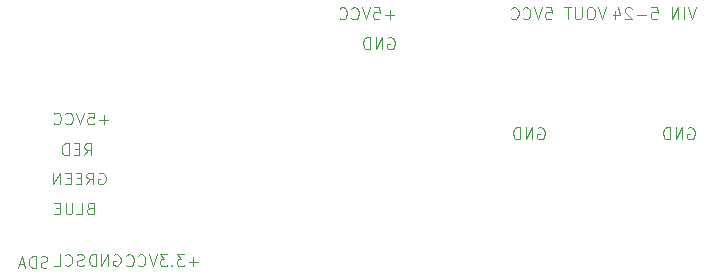
<source format=gbr>
%TF.GenerationSoftware,KiCad,Pcbnew,9.0.6*%
%TF.CreationDate,2025-12-05T15:02:41+01:00*%
%TF.ProjectId,KinderLight,4b696e64-6572-44c6-9967-68742e6b6963,rev?*%
%TF.SameCoordinates,Original*%
%TF.FileFunction,Legend,Bot*%
%TF.FilePolarity,Positive*%
%FSLAX46Y46*%
G04 Gerber Fmt 4.6, Leading zero omitted, Abs format (unit mm)*
G04 Created by KiCad (PCBNEW 9.0.6) date 2025-12-05 15:02:41*
%MOMM*%
%LPD*%
G01*
G04 APERTURE LIST*
%ADD10C,0.100000*%
G04 APERTURE END LIST*
D10*
X133792306Y-82740038D02*
X133887544Y-82692419D01*
X133887544Y-82692419D02*
X134030401Y-82692419D01*
X134030401Y-82692419D02*
X134173258Y-82740038D01*
X134173258Y-82740038D02*
X134268496Y-82835276D01*
X134268496Y-82835276D02*
X134316115Y-82930514D01*
X134316115Y-82930514D02*
X134363734Y-83120990D01*
X134363734Y-83120990D02*
X134363734Y-83263847D01*
X134363734Y-83263847D02*
X134316115Y-83454323D01*
X134316115Y-83454323D02*
X134268496Y-83549561D01*
X134268496Y-83549561D02*
X134173258Y-83644800D01*
X134173258Y-83644800D02*
X134030401Y-83692419D01*
X134030401Y-83692419D02*
X133935163Y-83692419D01*
X133935163Y-83692419D02*
X133792306Y-83644800D01*
X133792306Y-83644800D02*
X133744687Y-83597180D01*
X133744687Y-83597180D02*
X133744687Y-83263847D01*
X133744687Y-83263847D02*
X133935163Y-83263847D01*
X133316115Y-83692419D02*
X133316115Y-82692419D01*
X133316115Y-82692419D02*
X132744687Y-83692419D01*
X132744687Y-83692419D02*
X132744687Y-82692419D01*
X132268496Y-83692419D02*
X132268496Y-82692419D01*
X132268496Y-82692419D02*
X132030401Y-82692419D01*
X132030401Y-82692419D02*
X131887544Y-82740038D01*
X131887544Y-82740038D02*
X131792306Y-82835276D01*
X131792306Y-82835276D02*
X131744687Y-82930514D01*
X131744687Y-82930514D02*
X131697068Y-83120990D01*
X131697068Y-83120990D02*
X131697068Y-83263847D01*
X131697068Y-83263847D02*
X131744687Y-83454323D01*
X131744687Y-83454323D02*
X131792306Y-83549561D01*
X131792306Y-83549561D02*
X131887544Y-83644800D01*
X131887544Y-83644800D02*
X132030401Y-83692419D01*
X132030401Y-83692419D02*
X132268496Y-83692419D01*
X121092306Y-82740038D02*
X121187544Y-82692419D01*
X121187544Y-82692419D02*
X121330401Y-82692419D01*
X121330401Y-82692419D02*
X121473258Y-82740038D01*
X121473258Y-82740038D02*
X121568496Y-82835276D01*
X121568496Y-82835276D02*
X121616115Y-82930514D01*
X121616115Y-82930514D02*
X121663734Y-83120990D01*
X121663734Y-83120990D02*
X121663734Y-83263847D01*
X121663734Y-83263847D02*
X121616115Y-83454323D01*
X121616115Y-83454323D02*
X121568496Y-83549561D01*
X121568496Y-83549561D02*
X121473258Y-83644800D01*
X121473258Y-83644800D02*
X121330401Y-83692419D01*
X121330401Y-83692419D02*
X121235163Y-83692419D01*
X121235163Y-83692419D02*
X121092306Y-83644800D01*
X121092306Y-83644800D02*
X121044687Y-83597180D01*
X121044687Y-83597180D02*
X121044687Y-83263847D01*
X121044687Y-83263847D02*
X121235163Y-83263847D01*
X120616115Y-83692419D02*
X120616115Y-82692419D01*
X120616115Y-82692419D02*
X120044687Y-83692419D01*
X120044687Y-83692419D02*
X120044687Y-82692419D01*
X119568496Y-83692419D02*
X119568496Y-82692419D01*
X119568496Y-82692419D02*
X119330401Y-82692419D01*
X119330401Y-82692419D02*
X119187544Y-82740038D01*
X119187544Y-82740038D02*
X119092306Y-82835276D01*
X119092306Y-82835276D02*
X119044687Y-82930514D01*
X119044687Y-82930514D02*
X118997068Y-83120990D01*
X118997068Y-83120990D02*
X118997068Y-83263847D01*
X118997068Y-83263847D02*
X119044687Y-83454323D01*
X119044687Y-83454323D02*
X119092306Y-83549561D01*
X119092306Y-83549561D02*
X119187544Y-83644800D01*
X119187544Y-83644800D02*
X119330401Y-83692419D01*
X119330401Y-83692419D02*
X119568496Y-83692419D01*
X126838972Y-72532419D02*
X126505639Y-73532419D01*
X126505639Y-73532419D02*
X126172306Y-72532419D01*
X125648496Y-72532419D02*
X125458020Y-72532419D01*
X125458020Y-72532419D02*
X125362782Y-72580038D01*
X125362782Y-72580038D02*
X125267544Y-72675276D01*
X125267544Y-72675276D02*
X125219925Y-72865752D01*
X125219925Y-72865752D02*
X125219925Y-73199085D01*
X125219925Y-73199085D02*
X125267544Y-73389561D01*
X125267544Y-73389561D02*
X125362782Y-73484800D01*
X125362782Y-73484800D02*
X125458020Y-73532419D01*
X125458020Y-73532419D02*
X125648496Y-73532419D01*
X125648496Y-73532419D02*
X125743734Y-73484800D01*
X125743734Y-73484800D02*
X125838972Y-73389561D01*
X125838972Y-73389561D02*
X125886591Y-73199085D01*
X125886591Y-73199085D02*
X125886591Y-72865752D01*
X125886591Y-72865752D02*
X125838972Y-72675276D01*
X125838972Y-72675276D02*
X125743734Y-72580038D01*
X125743734Y-72580038D02*
X125648496Y-72532419D01*
X124791353Y-72532419D02*
X124791353Y-73341942D01*
X124791353Y-73341942D02*
X124743734Y-73437180D01*
X124743734Y-73437180D02*
X124696115Y-73484800D01*
X124696115Y-73484800D02*
X124600877Y-73532419D01*
X124600877Y-73532419D02*
X124410401Y-73532419D01*
X124410401Y-73532419D02*
X124315163Y-73484800D01*
X124315163Y-73484800D02*
X124267544Y-73437180D01*
X124267544Y-73437180D02*
X124219925Y-73341942D01*
X124219925Y-73341942D02*
X124219925Y-72532419D01*
X123886591Y-72532419D02*
X123315163Y-72532419D01*
X123600877Y-73532419D02*
X123600877Y-72532419D01*
X121743734Y-72532419D02*
X122219924Y-72532419D01*
X122219924Y-72532419D02*
X122267543Y-73008609D01*
X122267543Y-73008609D02*
X122219924Y-72960990D01*
X122219924Y-72960990D02*
X122124686Y-72913371D01*
X122124686Y-72913371D02*
X121886591Y-72913371D01*
X121886591Y-72913371D02*
X121791353Y-72960990D01*
X121791353Y-72960990D02*
X121743734Y-73008609D01*
X121743734Y-73008609D02*
X121696115Y-73103847D01*
X121696115Y-73103847D02*
X121696115Y-73341942D01*
X121696115Y-73341942D02*
X121743734Y-73437180D01*
X121743734Y-73437180D02*
X121791353Y-73484800D01*
X121791353Y-73484800D02*
X121886591Y-73532419D01*
X121886591Y-73532419D02*
X122124686Y-73532419D01*
X122124686Y-73532419D02*
X122219924Y-73484800D01*
X122219924Y-73484800D02*
X122267543Y-73437180D01*
X121410400Y-72532419D02*
X121077067Y-73532419D01*
X121077067Y-73532419D02*
X120743734Y-72532419D01*
X119838972Y-73437180D02*
X119886591Y-73484800D01*
X119886591Y-73484800D02*
X120029448Y-73532419D01*
X120029448Y-73532419D02*
X120124686Y-73532419D01*
X120124686Y-73532419D02*
X120267543Y-73484800D01*
X120267543Y-73484800D02*
X120362781Y-73389561D01*
X120362781Y-73389561D02*
X120410400Y-73294323D01*
X120410400Y-73294323D02*
X120458019Y-73103847D01*
X120458019Y-73103847D02*
X120458019Y-72960990D01*
X120458019Y-72960990D02*
X120410400Y-72770514D01*
X120410400Y-72770514D02*
X120362781Y-72675276D01*
X120362781Y-72675276D02*
X120267543Y-72580038D01*
X120267543Y-72580038D02*
X120124686Y-72532419D01*
X120124686Y-72532419D02*
X120029448Y-72532419D01*
X120029448Y-72532419D02*
X119886591Y-72580038D01*
X119886591Y-72580038D02*
X119838972Y-72627657D01*
X118838972Y-73437180D02*
X118886591Y-73484800D01*
X118886591Y-73484800D02*
X119029448Y-73532419D01*
X119029448Y-73532419D02*
X119124686Y-73532419D01*
X119124686Y-73532419D02*
X119267543Y-73484800D01*
X119267543Y-73484800D02*
X119362781Y-73389561D01*
X119362781Y-73389561D02*
X119410400Y-73294323D01*
X119410400Y-73294323D02*
X119458019Y-73103847D01*
X119458019Y-73103847D02*
X119458019Y-72960990D01*
X119458019Y-72960990D02*
X119410400Y-72770514D01*
X119410400Y-72770514D02*
X119362781Y-72675276D01*
X119362781Y-72675276D02*
X119267543Y-72580038D01*
X119267543Y-72580038D02*
X119124686Y-72532419D01*
X119124686Y-72532419D02*
X119029448Y-72532419D01*
X119029448Y-72532419D02*
X118886591Y-72580038D01*
X118886591Y-72580038D02*
X118838972Y-72627657D01*
X134458972Y-72532419D02*
X134125639Y-73532419D01*
X134125639Y-73532419D02*
X133792306Y-72532419D01*
X133458972Y-73532419D02*
X133458972Y-72532419D01*
X132982782Y-73532419D02*
X132982782Y-72532419D01*
X132982782Y-72532419D02*
X132411354Y-73532419D01*
X132411354Y-73532419D02*
X132411354Y-72532419D01*
X130697068Y-72532419D02*
X131173258Y-72532419D01*
X131173258Y-72532419D02*
X131220877Y-73008609D01*
X131220877Y-73008609D02*
X131173258Y-72960990D01*
X131173258Y-72960990D02*
X131078020Y-72913371D01*
X131078020Y-72913371D02*
X130839925Y-72913371D01*
X130839925Y-72913371D02*
X130744687Y-72960990D01*
X130744687Y-72960990D02*
X130697068Y-73008609D01*
X130697068Y-73008609D02*
X130649449Y-73103847D01*
X130649449Y-73103847D02*
X130649449Y-73341942D01*
X130649449Y-73341942D02*
X130697068Y-73437180D01*
X130697068Y-73437180D02*
X130744687Y-73484800D01*
X130744687Y-73484800D02*
X130839925Y-73532419D01*
X130839925Y-73532419D02*
X131078020Y-73532419D01*
X131078020Y-73532419D02*
X131173258Y-73484800D01*
X131173258Y-73484800D02*
X131220877Y-73437180D01*
X130220877Y-73151466D02*
X129458973Y-73151466D01*
X129030401Y-72627657D02*
X128982782Y-72580038D01*
X128982782Y-72580038D02*
X128887544Y-72532419D01*
X128887544Y-72532419D02*
X128649449Y-72532419D01*
X128649449Y-72532419D02*
X128554211Y-72580038D01*
X128554211Y-72580038D02*
X128506592Y-72627657D01*
X128506592Y-72627657D02*
X128458973Y-72722895D01*
X128458973Y-72722895D02*
X128458973Y-72818133D01*
X128458973Y-72818133D02*
X128506592Y-72960990D01*
X128506592Y-72960990D02*
X129078020Y-73532419D01*
X129078020Y-73532419D02*
X128458973Y-73532419D01*
X127601830Y-72865752D02*
X127601830Y-73532419D01*
X127839925Y-72484800D02*
X128078020Y-73199085D01*
X128078020Y-73199085D02*
X127458973Y-73199085D01*
X108392306Y-75120038D02*
X108487544Y-75072419D01*
X108487544Y-75072419D02*
X108630401Y-75072419D01*
X108630401Y-75072419D02*
X108773258Y-75120038D01*
X108773258Y-75120038D02*
X108868496Y-75215276D01*
X108868496Y-75215276D02*
X108916115Y-75310514D01*
X108916115Y-75310514D02*
X108963734Y-75500990D01*
X108963734Y-75500990D02*
X108963734Y-75643847D01*
X108963734Y-75643847D02*
X108916115Y-75834323D01*
X108916115Y-75834323D02*
X108868496Y-75929561D01*
X108868496Y-75929561D02*
X108773258Y-76024800D01*
X108773258Y-76024800D02*
X108630401Y-76072419D01*
X108630401Y-76072419D02*
X108535163Y-76072419D01*
X108535163Y-76072419D02*
X108392306Y-76024800D01*
X108392306Y-76024800D02*
X108344687Y-75977180D01*
X108344687Y-75977180D02*
X108344687Y-75643847D01*
X108344687Y-75643847D02*
X108535163Y-75643847D01*
X107916115Y-76072419D02*
X107916115Y-75072419D01*
X107916115Y-75072419D02*
X107344687Y-76072419D01*
X107344687Y-76072419D02*
X107344687Y-75072419D01*
X106868496Y-76072419D02*
X106868496Y-75072419D01*
X106868496Y-75072419D02*
X106630401Y-75072419D01*
X106630401Y-75072419D02*
X106487544Y-75120038D01*
X106487544Y-75120038D02*
X106392306Y-75215276D01*
X106392306Y-75215276D02*
X106344687Y-75310514D01*
X106344687Y-75310514D02*
X106297068Y-75500990D01*
X106297068Y-75500990D02*
X106297068Y-75643847D01*
X106297068Y-75643847D02*
X106344687Y-75834323D01*
X106344687Y-75834323D02*
X106392306Y-75929561D01*
X106392306Y-75929561D02*
X106487544Y-76024800D01*
X106487544Y-76024800D02*
X106630401Y-76072419D01*
X106630401Y-76072419D02*
X106868496Y-76072419D01*
X108916115Y-73151466D02*
X108154211Y-73151466D01*
X108535163Y-73532419D02*
X108535163Y-72770514D01*
X107201830Y-72532419D02*
X107678020Y-72532419D01*
X107678020Y-72532419D02*
X107725639Y-73008609D01*
X107725639Y-73008609D02*
X107678020Y-72960990D01*
X107678020Y-72960990D02*
X107582782Y-72913371D01*
X107582782Y-72913371D02*
X107344687Y-72913371D01*
X107344687Y-72913371D02*
X107249449Y-72960990D01*
X107249449Y-72960990D02*
X107201830Y-73008609D01*
X107201830Y-73008609D02*
X107154211Y-73103847D01*
X107154211Y-73103847D02*
X107154211Y-73341942D01*
X107154211Y-73341942D02*
X107201830Y-73437180D01*
X107201830Y-73437180D02*
X107249449Y-73484800D01*
X107249449Y-73484800D02*
X107344687Y-73532419D01*
X107344687Y-73532419D02*
X107582782Y-73532419D01*
X107582782Y-73532419D02*
X107678020Y-73484800D01*
X107678020Y-73484800D02*
X107725639Y-73437180D01*
X106868496Y-72532419D02*
X106535163Y-73532419D01*
X106535163Y-73532419D02*
X106201830Y-72532419D01*
X105297068Y-73437180D02*
X105344687Y-73484800D01*
X105344687Y-73484800D02*
X105487544Y-73532419D01*
X105487544Y-73532419D02*
X105582782Y-73532419D01*
X105582782Y-73532419D02*
X105725639Y-73484800D01*
X105725639Y-73484800D02*
X105820877Y-73389561D01*
X105820877Y-73389561D02*
X105868496Y-73294323D01*
X105868496Y-73294323D02*
X105916115Y-73103847D01*
X105916115Y-73103847D02*
X105916115Y-72960990D01*
X105916115Y-72960990D02*
X105868496Y-72770514D01*
X105868496Y-72770514D02*
X105820877Y-72675276D01*
X105820877Y-72675276D02*
X105725639Y-72580038D01*
X105725639Y-72580038D02*
X105582782Y-72532419D01*
X105582782Y-72532419D02*
X105487544Y-72532419D01*
X105487544Y-72532419D02*
X105344687Y-72580038D01*
X105344687Y-72580038D02*
X105297068Y-72627657D01*
X104297068Y-73437180D02*
X104344687Y-73484800D01*
X104344687Y-73484800D02*
X104487544Y-73532419D01*
X104487544Y-73532419D02*
X104582782Y-73532419D01*
X104582782Y-73532419D02*
X104725639Y-73484800D01*
X104725639Y-73484800D02*
X104820877Y-73389561D01*
X104820877Y-73389561D02*
X104868496Y-73294323D01*
X104868496Y-73294323D02*
X104916115Y-73103847D01*
X104916115Y-73103847D02*
X104916115Y-72960990D01*
X104916115Y-72960990D02*
X104868496Y-72770514D01*
X104868496Y-72770514D02*
X104820877Y-72675276D01*
X104820877Y-72675276D02*
X104725639Y-72580038D01*
X104725639Y-72580038D02*
X104582782Y-72532419D01*
X104582782Y-72532419D02*
X104487544Y-72532419D01*
X104487544Y-72532419D02*
X104344687Y-72580038D01*
X104344687Y-72580038D02*
X104297068Y-72627657D01*
X83162782Y-89528609D02*
X83019925Y-89576228D01*
X83019925Y-89576228D02*
X82972306Y-89623847D01*
X82972306Y-89623847D02*
X82924687Y-89719085D01*
X82924687Y-89719085D02*
X82924687Y-89861942D01*
X82924687Y-89861942D02*
X82972306Y-89957180D01*
X82972306Y-89957180D02*
X83019925Y-90004800D01*
X83019925Y-90004800D02*
X83115163Y-90052419D01*
X83115163Y-90052419D02*
X83496115Y-90052419D01*
X83496115Y-90052419D02*
X83496115Y-89052419D01*
X83496115Y-89052419D02*
X83162782Y-89052419D01*
X83162782Y-89052419D02*
X83067544Y-89100038D01*
X83067544Y-89100038D02*
X83019925Y-89147657D01*
X83019925Y-89147657D02*
X82972306Y-89242895D01*
X82972306Y-89242895D02*
X82972306Y-89338133D01*
X82972306Y-89338133D02*
X83019925Y-89433371D01*
X83019925Y-89433371D02*
X83067544Y-89480990D01*
X83067544Y-89480990D02*
X83162782Y-89528609D01*
X83162782Y-89528609D02*
X83496115Y-89528609D01*
X82019925Y-90052419D02*
X82496115Y-90052419D01*
X82496115Y-90052419D02*
X82496115Y-89052419D01*
X81686591Y-89052419D02*
X81686591Y-89861942D01*
X81686591Y-89861942D02*
X81638972Y-89957180D01*
X81638972Y-89957180D02*
X81591353Y-90004800D01*
X81591353Y-90004800D02*
X81496115Y-90052419D01*
X81496115Y-90052419D02*
X81305639Y-90052419D01*
X81305639Y-90052419D02*
X81210401Y-90004800D01*
X81210401Y-90004800D02*
X81162782Y-89957180D01*
X81162782Y-89957180D02*
X81115163Y-89861942D01*
X81115163Y-89861942D02*
X81115163Y-89052419D01*
X80638972Y-89528609D02*
X80305639Y-89528609D01*
X80162782Y-90052419D02*
X80638972Y-90052419D01*
X80638972Y-90052419D02*
X80638972Y-89052419D01*
X80638972Y-89052419D02*
X80162782Y-89052419D01*
X83912306Y-86560038D02*
X84007544Y-86512419D01*
X84007544Y-86512419D02*
X84150401Y-86512419D01*
X84150401Y-86512419D02*
X84293258Y-86560038D01*
X84293258Y-86560038D02*
X84388496Y-86655276D01*
X84388496Y-86655276D02*
X84436115Y-86750514D01*
X84436115Y-86750514D02*
X84483734Y-86940990D01*
X84483734Y-86940990D02*
X84483734Y-87083847D01*
X84483734Y-87083847D02*
X84436115Y-87274323D01*
X84436115Y-87274323D02*
X84388496Y-87369561D01*
X84388496Y-87369561D02*
X84293258Y-87464800D01*
X84293258Y-87464800D02*
X84150401Y-87512419D01*
X84150401Y-87512419D02*
X84055163Y-87512419D01*
X84055163Y-87512419D02*
X83912306Y-87464800D01*
X83912306Y-87464800D02*
X83864687Y-87417180D01*
X83864687Y-87417180D02*
X83864687Y-87083847D01*
X83864687Y-87083847D02*
X84055163Y-87083847D01*
X82864687Y-87512419D02*
X83198020Y-87036228D01*
X83436115Y-87512419D02*
X83436115Y-86512419D01*
X83436115Y-86512419D02*
X83055163Y-86512419D01*
X83055163Y-86512419D02*
X82959925Y-86560038D01*
X82959925Y-86560038D02*
X82912306Y-86607657D01*
X82912306Y-86607657D02*
X82864687Y-86702895D01*
X82864687Y-86702895D02*
X82864687Y-86845752D01*
X82864687Y-86845752D02*
X82912306Y-86940990D01*
X82912306Y-86940990D02*
X82959925Y-86988609D01*
X82959925Y-86988609D02*
X83055163Y-87036228D01*
X83055163Y-87036228D02*
X83436115Y-87036228D01*
X82436115Y-86988609D02*
X82102782Y-86988609D01*
X81959925Y-87512419D02*
X82436115Y-87512419D01*
X82436115Y-87512419D02*
X82436115Y-86512419D01*
X82436115Y-86512419D02*
X81959925Y-86512419D01*
X81531353Y-86988609D02*
X81198020Y-86988609D01*
X81055163Y-87512419D02*
X81531353Y-87512419D01*
X81531353Y-87512419D02*
X81531353Y-86512419D01*
X81531353Y-86512419D02*
X81055163Y-86512419D01*
X80626591Y-87512419D02*
X80626591Y-86512419D01*
X80626591Y-86512419D02*
X80055163Y-87512419D01*
X80055163Y-87512419D02*
X80055163Y-86512419D01*
X82684687Y-85052419D02*
X83018020Y-84576228D01*
X83256115Y-85052419D02*
X83256115Y-84052419D01*
X83256115Y-84052419D02*
X82875163Y-84052419D01*
X82875163Y-84052419D02*
X82779925Y-84100038D01*
X82779925Y-84100038D02*
X82732306Y-84147657D01*
X82732306Y-84147657D02*
X82684687Y-84242895D01*
X82684687Y-84242895D02*
X82684687Y-84385752D01*
X82684687Y-84385752D02*
X82732306Y-84480990D01*
X82732306Y-84480990D02*
X82779925Y-84528609D01*
X82779925Y-84528609D02*
X82875163Y-84576228D01*
X82875163Y-84576228D02*
X83256115Y-84576228D01*
X82256115Y-84528609D02*
X81922782Y-84528609D01*
X81779925Y-85052419D02*
X82256115Y-85052419D01*
X82256115Y-85052419D02*
X82256115Y-84052419D01*
X82256115Y-84052419D02*
X81779925Y-84052419D01*
X81351353Y-85052419D02*
X81351353Y-84052419D01*
X81351353Y-84052419D02*
X81113258Y-84052419D01*
X81113258Y-84052419D02*
X80970401Y-84100038D01*
X80970401Y-84100038D02*
X80875163Y-84195276D01*
X80875163Y-84195276D02*
X80827544Y-84290514D01*
X80827544Y-84290514D02*
X80779925Y-84480990D01*
X80779925Y-84480990D02*
X80779925Y-84623847D01*
X80779925Y-84623847D02*
X80827544Y-84814323D01*
X80827544Y-84814323D02*
X80875163Y-84909561D01*
X80875163Y-84909561D02*
X80970401Y-85004800D01*
X80970401Y-85004800D02*
X81113258Y-85052419D01*
X81113258Y-85052419D02*
X81351353Y-85052419D01*
X84706115Y-82061466D02*
X83944211Y-82061466D01*
X84325163Y-82442419D02*
X84325163Y-81680514D01*
X82991830Y-81442419D02*
X83468020Y-81442419D01*
X83468020Y-81442419D02*
X83515639Y-81918609D01*
X83515639Y-81918609D02*
X83468020Y-81870990D01*
X83468020Y-81870990D02*
X83372782Y-81823371D01*
X83372782Y-81823371D02*
X83134687Y-81823371D01*
X83134687Y-81823371D02*
X83039449Y-81870990D01*
X83039449Y-81870990D02*
X82991830Y-81918609D01*
X82991830Y-81918609D02*
X82944211Y-82013847D01*
X82944211Y-82013847D02*
X82944211Y-82251942D01*
X82944211Y-82251942D02*
X82991830Y-82347180D01*
X82991830Y-82347180D02*
X83039449Y-82394800D01*
X83039449Y-82394800D02*
X83134687Y-82442419D01*
X83134687Y-82442419D02*
X83372782Y-82442419D01*
X83372782Y-82442419D02*
X83468020Y-82394800D01*
X83468020Y-82394800D02*
X83515639Y-82347180D01*
X82658496Y-81442419D02*
X82325163Y-82442419D01*
X82325163Y-82442419D02*
X81991830Y-81442419D01*
X81087068Y-82347180D02*
X81134687Y-82394800D01*
X81134687Y-82394800D02*
X81277544Y-82442419D01*
X81277544Y-82442419D02*
X81372782Y-82442419D01*
X81372782Y-82442419D02*
X81515639Y-82394800D01*
X81515639Y-82394800D02*
X81610877Y-82299561D01*
X81610877Y-82299561D02*
X81658496Y-82204323D01*
X81658496Y-82204323D02*
X81706115Y-82013847D01*
X81706115Y-82013847D02*
X81706115Y-81870990D01*
X81706115Y-81870990D02*
X81658496Y-81680514D01*
X81658496Y-81680514D02*
X81610877Y-81585276D01*
X81610877Y-81585276D02*
X81515639Y-81490038D01*
X81515639Y-81490038D02*
X81372782Y-81442419D01*
X81372782Y-81442419D02*
X81277544Y-81442419D01*
X81277544Y-81442419D02*
X81134687Y-81490038D01*
X81134687Y-81490038D02*
X81087068Y-81537657D01*
X80087068Y-82347180D02*
X80134687Y-82394800D01*
X80134687Y-82394800D02*
X80277544Y-82442419D01*
X80277544Y-82442419D02*
X80372782Y-82442419D01*
X80372782Y-82442419D02*
X80515639Y-82394800D01*
X80515639Y-82394800D02*
X80610877Y-82299561D01*
X80610877Y-82299561D02*
X80658496Y-82204323D01*
X80658496Y-82204323D02*
X80706115Y-82013847D01*
X80706115Y-82013847D02*
X80706115Y-81870990D01*
X80706115Y-81870990D02*
X80658496Y-81680514D01*
X80658496Y-81680514D02*
X80610877Y-81585276D01*
X80610877Y-81585276D02*
X80515639Y-81490038D01*
X80515639Y-81490038D02*
X80372782Y-81442419D01*
X80372782Y-81442419D02*
X80277544Y-81442419D01*
X80277544Y-81442419D02*
X80134687Y-81490038D01*
X80134687Y-81490038D02*
X80087068Y-81537657D01*
X92296115Y-94061466D02*
X91534211Y-94061466D01*
X91915163Y-94442419D02*
X91915163Y-93680514D01*
X91153258Y-93442419D02*
X90534211Y-93442419D01*
X90534211Y-93442419D02*
X90867544Y-93823371D01*
X90867544Y-93823371D02*
X90724687Y-93823371D01*
X90724687Y-93823371D02*
X90629449Y-93870990D01*
X90629449Y-93870990D02*
X90581830Y-93918609D01*
X90581830Y-93918609D02*
X90534211Y-94013847D01*
X90534211Y-94013847D02*
X90534211Y-94251942D01*
X90534211Y-94251942D02*
X90581830Y-94347180D01*
X90581830Y-94347180D02*
X90629449Y-94394800D01*
X90629449Y-94394800D02*
X90724687Y-94442419D01*
X90724687Y-94442419D02*
X91010401Y-94442419D01*
X91010401Y-94442419D02*
X91105639Y-94394800D01*
X91105639Y-94394800D02*
X91153258Y-94347180D01*
X90105639Y-94347180D02*
X90058020Y-94394800D01*
X90058020Y-94394800D02*
X90105639Y-94442419D01*
X90105639Y-94442419D02*
X90153258Y-94394800D01*
X90153258Y-94394800D02*
X90105639Y-94347180D01*
X90105639Y-94347180D02*
X90105639Y-94442419D01*
X89724687Y-93442419D02*
X89105640Y-93442419D01*
X89105640Y-93442419D02*
X89438973Y-93823371D01*
X89438973Y-93823371D02*
X89296116Y-93823371D01*
X89296116Y-93823371D02*
X89200878Y-93870990D01*
X89200878Y-93870990D02*
X89153259Y-93918609D01*
X89153259Y-93918609D02*
X89105640Y-94013847D01*
X89105640Y-94013847D02*
X89105640Y-94251942D01*
X89105640Y-94251942D02*
X89153259Y-94347180D01*
X89153259Y-94347180D02*
X89200878Y-94394800D01*
X89200878Y-94394800D02*
X89296116Y-94442419D01*
X89296116Y-94442419D02*
X89581830Y-94442419D01*
X89581830Y-94442419D02*
X89677068Y-94394800D01*
X89677068Y-94394800D02*
X89724687Y-94347180D01*
X88819925Y-93442419D02*
X88486592Y-94442419D01*
X88486592Y-94442419D02*
X88153259Y-93442419D01*
X87248497Y-94347180D02*
X87296116Y-94394800D01*
X87296116Y-94394800D02*
X87438973Y-94442419D01*
X87438973Y-94442419D02*
X87534211Y-94442419D01*
X87534211Y-94442419D02*
X87677068Y-94394800D01*
X87677068Y-94394800D02*
X87772306Y-94299561D01*
X87772306Y-94299561D02*
X87819925Y-94204323D01*
X87819925Y-94204323D02*
X87867544Y-94013847D01*
X87867544Y-94013847D02*
X87867544Y-93870990D01*
X87867544Y-93870990D02*
X87819925Y-93680514D01*
X87819925Y-93680514D02*
X87772306Y-93585276D01*
X87772306Y-93585276D02*
X87677068Y-93490038D01*
X87677068Y-93490038D02*
X87534211Y-93442419D01*
X87534211Y-93442419D02*
X87438973Y-93442419D01*
X87438973Y-93442419D02*
X87296116Y-93490038D01*
X87296116Y-93490038D02*
X87248497Y-93537657D01*
X86248497Y-94347180D02*
X86296116Y-94394800D01*
X86296116Y-94394800D02*
X86438973Y-94442419D01*
X86438973Y-94442419D02*
X86534211Y-94442419D01*
X86534211Y-94442419D02*
X86677068Y-94394800D01*
X86677068Y-94394800D02*
X86772306Y-94299561D01*
X86772306Y-94299561D02*
X86819925Y-94204323D01*
X86819925Y-94204323D02*
X86867544Y-94013847D01*
X86867544Y-94013847D02*
X86867544Y-93870990D01*
X86867544Y-93870990D02*
X86819925Y-93680514D01*
X86819925Y-93680514D02*
X86772306Y-93585276D01*
X86772306Y-93585276D02*
X86677068Y-93490038D01*
X86677068Y-93490038D02*
X86534211Y-93442419D01*
X86534211Y-93442419D02*
X86438973Y-93442419D01*
X86438973Y-93442419D02*
X86296116Y-93490038D01*
X86296116Y-93490038D02*
X86248497Y-93537657D01*
X85192306Y-93470038D02*
X85287544Y-93422419D01*
X85287544Y-93422419D02*
X85430401Y-93422419D01*
X85430401Y-93422419D02*
X85573258Y-93470038D01*
X85573258Y-93470038D02*
X85668496Y-93565276D01*
X85668496Y-93565276D02*
X85716115Y-93660514D01*
X85716115Y-93660514D02*
X85763734Y-93850990D01*
X85763734Y-93850990D02*
X85763734Y-93993847D01*
X85763734Y-93993847D02*
X85716115Y-94184323D01*
X85716115Y-94184323D02*
X85668496Y-94279561D01*
X85668496Y-94279561D02*
X85573258Y-94374800D01*
X85573258Y-94374800D02*
X85430401Y-94422419D01*
X85430401Y-94422419D02*
X85335163Y-94422419D01*
X85335163Y-94422419D02*
X85192306Y-94374800D01*
X85192306Y-94374800D02*
X85144687Y-94327180D01*
X85144687Y-94327180D02*
X85144687Y-93993847D01*
X85144687Y-93993847D02*
X85335163Y-93993847D01*
X84716115Y-94422419D02*
X84716115Y-93422419D01*
X84716115Y-93422419D02*
X84144687Y-94422419D01*
X84144687Y-94422419D02*
X84144687Y-93422419D01*
X83668496Y-94422419D02*
X83668496Y-93422419D01*
X83668496Y-93422419D02*
X83430401Y-93422419D01*
X83430401Y-93422419D02*
X83287544Y-93470038D01*
X83287544Y-93470038D02*
X83192306Y-93565276D01*
X83192306Y-93565276D02*
X83144687Y-93660514D01*
X83144687Y-93660514D02*
X83097068Y-93850990D01*
X83097068Y-93850990D02*
X83097068Y-93993847D01*
X83097068Y-93993847D02*
X83144687Y-94184323D01*
X83144687Y-94184323D02*
X83192306Y-94279561D01*
X83192306Y-94279561D02*
X83287544Y-94374800D01*
X83287544Y-94374800D02*
X83430401Y-94422419D01*
X83430401Y-94422419D02*
X83668496Y-94422419D01*
X82633734Y-94374800D02*
X82490877Y-94422419D01*
X82490877Y-94422419D02*
X82252782Y-94422419D01*
X82252782Y-94422419D02*
X82157544Y-94374800D01*
X82157544Y-94374800D02*
X82109925Y-94327180D01*
X82109925Y-94327180D02*
X82062306Y-94231942D01*
X82062306Y-94231942D02*
X82062306Y-94136704D01*
X82062306Y-94136704D02*
X82109925Y-94041466D01*
X82109925Y-94041466D02*
X82157544Y-93993847D01*
X82157544Y-93993847D02*
X82252782Y-93946228D01*
X82252782Y-93946228D02*
X82443258Y-93898609D01*
X82443258Y-93898609D02*
X82538496Y-93850990D01*
X82538496Y-93850990D02*
X82586115Y-93803371D01*
X82586115Y-93803371D02*
X82633734Y-93708133D01*
X82633734Y-93708133D02*
X82633734Y-93612895D01*
X82633734Y-93612895D02*
X82586115Y-93517657D01*
X82586115Y-93517657D02*
X82538496Y-93470038D01*
X82538496Y-93470038D02*
X82443258Y-93422419D01*
X82443258Y-93422419D02*
X82205163Y-93422419D01*
X82205163Y-93422419D02*
X82062306Y-93470038D01*
X81062306Y-94327180D02*
X81109925Y-94374800D01*
X81109925Y-94374800D02*
X81252782Y-94422419D01*
X81252782Y-94422419D02*
X81348020Y-94422419D01*
X81348020Y-94422419D02*
X81490877Y-94374800D01*
X81490877Y-94374800D02*
X81586115Y-94279561D01*
X81586115Y-94279561D02*
X81633734Y-94184323D01*
X81633734Y-94184323D02*
X81681353Y-93993847D01*
X81681353Y-93993847D02*
X81681353Y-93850990D01*
X81681353Y-93850990D02*
X81633734Y-93660514D01*
X81633734Y-93660514D02*
X81586115Y-93565276D01*
X81586115Y-93565276D02*
X81490877Y-93470038D01*
X81490877Y-93470038D02*
X81348020Y-93422419D01*
X81348020Y-93422419D02*
X81252782Y-93422419D01*
X81252782Y-93422419D02*
X81109925Y-93470038D01*
X81109925Y-93470038D02*
X81062306Y-93517657D01*
X80157544Y-94422419D02*
X80633734Y-94422419D01*
X80633734Y-94422419D02*
X80633734Y-93422419D01*
X79563734Y-94534800D02*
X79420877Y-94582419D01*
X79420877Y-94582419D02*
X79182782Y-94582419D01*
X79182782Y-94582419D02*
X79087544Y-94534800D01*
X79087544Y-94534800D02*
X79039925Y-94487180D01*
X79039925Y-94487180D02*
X78992306Y-94391942D01*
X78992306Y-94391942D02*
X78992306Y-94296704D01*
X78992306Y-94296704D02*
X79039925Y-94201466D01*
X79039925Y-94201466D02*
X79087544Y-94153847D01*
X79087544Y-94153847D02*
X79182782Y-94106228D01*
X79182782Y-94106228D02*
X79373258Y-94058609D01*
X79373258Y-94058609D02*
X79468496Y-94010990D01*
X79468496Y-94010990D02*
X79516115Y-93963371D01*
X79516115Y-93963371D02*
X79563734Y-93868133D01*
X79563734Y-93868133D02*
X79563734Y-93772895D01*
X79563734Y-93772895D02*
X79516115Y-93677657D01*
X79516115Y-93677657D02*
X79468496Y-93630038D01*
X79468496Y-93630038D02*
X79373258Y-93582419D01*
X79373258Y-93582419D02*
X79135163Y-93582419D01*
X79135163Y-93582419D02*
X78992306Y-93630038D01*
X78563734Y-94582419D02*
X78563734Y-93582419D01*
X78563734Y-93582419D02*
X78325639Y-93582419D01*
X78325639Y-93582419D02*
X78182782Y-93630038D01*
X78182782Y-93630038D02*
X78087544Y-93725276D01*
X78087544Y-93725276D02*
X78039925Y-93820514D01*
X78039925Y-93820514D02*
X77992306Y-94010990D01*
X77992306Y-94010990D02*
X77992306Y-94153847D01*
X77992306Y-94153847D02*
X78039925Y-94344323D01*
X78039925Y-94344323D02*
X78087544Y-94439561D01*
X78087544Y-94439561D02*
X78182782Y-94534800D01*
X78182782Y-94534800D02*
X78325639Y-94582419D01*
X78325639Y-94582419D02*
X78563734Y-94582419D01*
X77611353Y-94296704D02*
X77135163Y-94296704D01*
X77706591Y-94582419D02*
X77373258Y-93582419D01*
X77373258Y-93582419D02*
X77039925Y-94582419D01*
M02*

</source>
